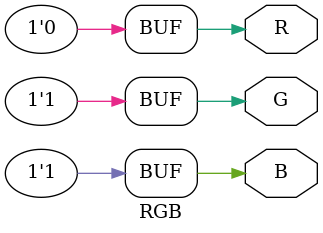
<source format=v>
`timescale 1ns / 1ps


module RGB(R,G,B);

output reg R,G,B;


always@(*)

begin
   
    R= 1'b0;
    G= 1'b1;
    B= 1'b1;
end

endmodule

</source>
